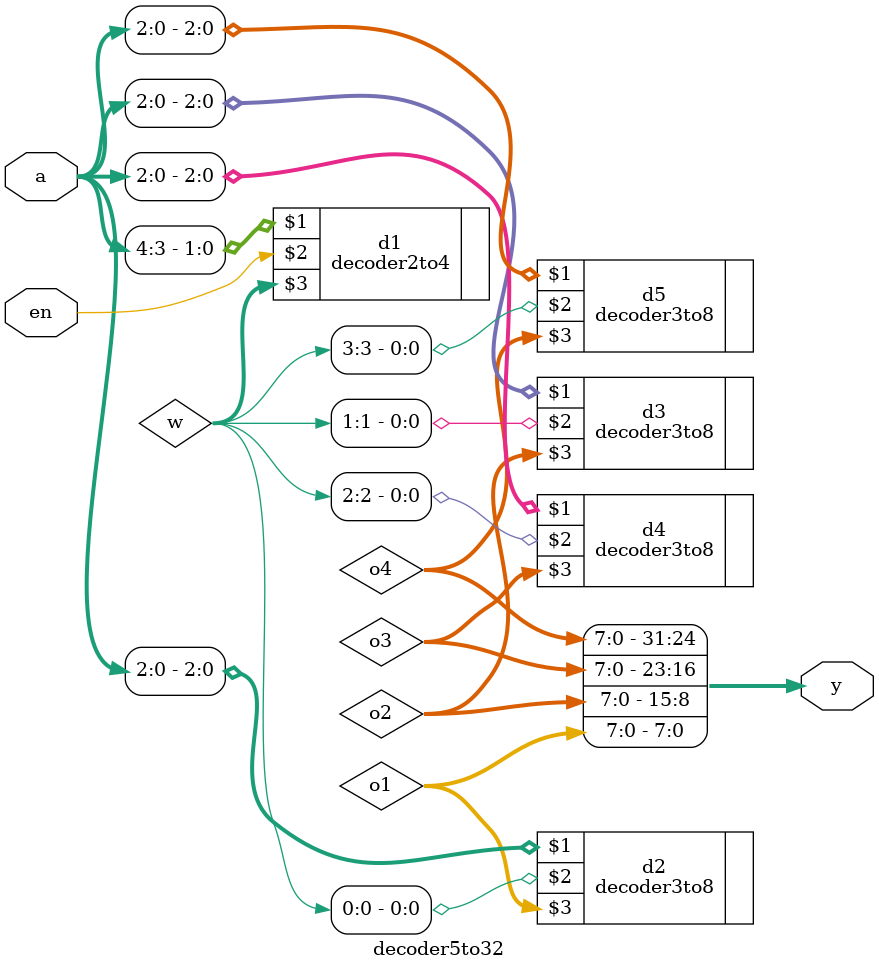
<source format=v>
`timescale 1ns / 1ps


module decoder5to32(
    input [4:0] a,
    input en,
    output [31:0] y
    );
    
//module decoder3to8(input [2:0] i,input e,output [7:0] o);
//module decoder2to4(input [1:0] in,input en,output [3:0] out);

    
    wire [3:0] w;
    wire [7:0] o1, o2, o3, o4;
    
    // Instantiate decoder2to4
    decoder2to4 d1(a[4:3], en, w);
    
    // Instantiate decoder3to8
    decoder3to8 d2(a[2:0], w[0], o1);
    decoder3to8 d3(a[2:0], w[1], o2);
    decoder3to8 d4(a[2:0], w[2], o3);
    decoder3to8 d5(a[2:0], w[3], o4);
    
    // Output assignment
    assign y = {o4,o3,o2,o1};
    
    
endmodule

</source>
